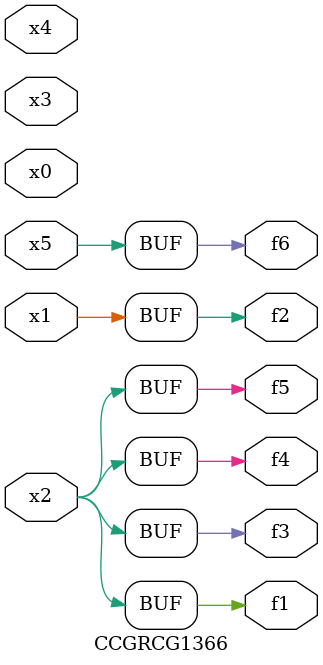
<source format=v>
module CCGRCG1366(
	input x0, x1, x2, x3, x4, x5,
	output f1, f2, f3, f4, f5, f6
);
	assign f1 = x2;
	assign f2 = x1;
	assign f3 = x2;
	assign f4 = x2;
	assign f5 = x2;
	assign f6 = x5;
endmodule

</source>
